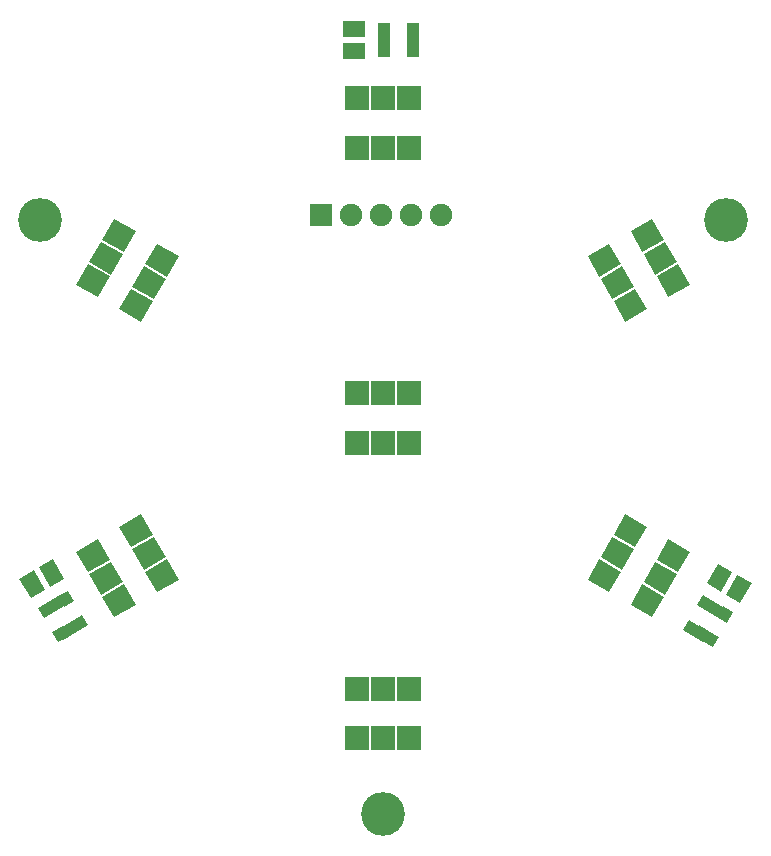
<source format=gts>
G04 (created by PCBNEW-RS274X (2011-nov-30)-testing) date Wed 15 Aug 2012 04:31:39 PM EDT*
%MOIN*%
G04 Gerber Fmt 3.4, Leading zero omitted, Abs format*
%FSLAX34Y34*%
G01*
G70*
G90*
G04 APERTURE LIST*
%ADD10C,0.006*%
%ADD11R,0.075X0.055*%
%ADD12R,0.075X0.075*%
%ADD13C,0.075*%
%ADD14R,0.0397X0.0397*%
%ADD15C,0.146*%
%ADD16R,0.0791X0.083*%
G04 APERTURE END LIST*
G54D10*
G54D11*
X57481Y-25610D03*
X57481Y-26360D03*
G54D10*
G36*
X47463Y-43288D02*
X47838Y-43937D01*
X47361Y-44212D01*
X46986Y-43563D01*
X47463Y-43288D01*
X47463Y-43288D01*
G37*
G36*
X46813Y-43662D02*
X47188Y-44311D01*
X46711Y-44586D01*
X46336Y-43937D01*
X46813Y-43662D01*
X46813Y-43662D01*
G37*
G36*
X70751Y-44094D02*
X70376Y-44743D01*
X69899Y-44468D01*
X70274Y-43819D01*
X70751Y-44094D01*
X70751Y-44094D01*
G37*
G36*
X70101Y-43720D02*
X69726Y-44369D01*
X69249Y-44094D01*
X69624Y-43445D01*
X70101Y-43720D01*
X70101Y-43720D01*
G37*
G54D12*
X56398Y-31811D03*
G54D13*
X57398Y-31811D03*
X58398Y-31811D03*
X59398Y-31811D03*
X60398Y-31811D03*
G54D10*
G36*
X68461Y-45648D02*
X68659Y-45306D01*
X69001Y-45504D01*
X68803Y-45846D01*
X68461Y-45648D01*
X68461Y-45648D01*
G37*
G36*
X68785Y-45835D02*
X68983Y-45493D01*
X69325Y-45691D01*
X69127Y-46033D01*
X68785Y-45835D01*
X68785Y-45835D01*
G37*
G36*
X69109Y-46022D02*
X69307Y-45680D01*
X69649Y-45878D01*
X69451Y-46220D01*
X69109Y-46022D01*
X69109Y-46022D01*
G37*
G36*
X69581Y-45204D02*
X69779Y-44862D01*
X70121Y-45060D01*
X69923Y-45402D01*
X69581Y-45204D01*
X69581Y-45204D01*
G37*
G36*
X69257Y-45017D02*
X69455Y-44675D01*
X69797Y-44873D01*
X69599Y-45215D01*
X69257Y-45017D01*
X69257Y-45017D01*
G37*
G36*
X68933Y-44830D02*
X69131Y-44488D01*
X69473Y-44686D01*
X69275Y-45028D01*
X68933Y-44830D01*
X68933Y-44830D01*
G37*
G36*
X47636Y-46063D02*
X47438Y-45721D01*
X47780Y-45523D01*
X47978Y-45865D01*
X47636Y-46063D01*
X47636Y-46063D01*
G37*
G36*
X47960Y-45876D02*
X47762Y-45534D01*
X48104Y-45336D01*
X48302Y-45678D01*
X47960Y-45876D01*
X47960Y-45876D01*
G37*
G36*
X48284Y-45689D02*
X48086Y-45347D01*
X48428Y-45149D01*
X48626Y-45491D01*
X48284Y-45689D01*
X48284Y-45689D01*
G37*
G36*
X47812Y-44871D02*
X47614Y-44529D01*
X47956Y-44331D01*
X48154Y-44673D01*
X47812Y-44871D01*
X47812Y-44871D01*
G37*
G36*
X47488Y-45058D02*
X47290Y-44716D01*
X47632Y-44518D01*
X47830Y-44860D01*
X47488Y-45058D01*
X47488Y-45058D01*
G37*
G36*
X47164Y-45245D02*
X46966Y-44903D01*
X47308Y-44705D01*
X47506Y-45047D01*
X47164Y-45245D01*
X47164Y-45245D01*
G37*
G54D14*
X59448Y-26359D03*
X59448Y-25985D03*
X59448Y-25611D03*
X58504Y-25611D03*
X58504Y-25985D03*
X58504Y-26359D03*
G54D15*
X58465Y-51771D03*
X69887Y-31988D03*
X47043Y-31988D03*
G54D10*
G36*
X50928Y-44390D02*
X50533Y-43705D01*
X51252Y-43290D01*
X51647Y-43975D01*
X50928Y-44390D01*
X50928Y-44390D01*
G37*
G36*
X50062Y-42891D02*
X49667Y-42206D01*
X50386Y-41791D01*
X50781Y-42476D01*
X50062Y-42891D01*
X50062Y-42891D01*
G37*
G36*
X50495Y-43641D02*
X50100Y-42956D01*
X50819Y-42541D01*
X51214Y-43226D01*
X50495Y-43641D01*
X50495Y-43641D01*
G37*
G36*
X49063Y-44467D02*
X48668Y-43782D01*
X49387Y-43367D01*
X49782Y-44052D01*
X49063Y-44467D01*
X49063Y-44467D01*
G37*
G36*
X48630Y-43718D02*
X48235Y-43033D01*
X48954Y-42618D01*
X49349Y-43303D01*
X48630Y-43718D01*
X48630Y-43718D01*
G37*
G36*
X49496Y-45217D02*
X49101Y-44532D01*
X49820Y-44117D01*
X50215Y-44802D01*
X49496Y-45217D01*
X49496Y-45217D01*
G37*
G36*
X66001Y-32775D02*
X66396Y-33460D01*
X65677Y-33875D01*
X65282Y-33190D01*
X66001Y-32775D01*
X66001Y-32775D01*
G37*
G36*
X66867Y-34274D02*
X67262Y-34959D01*
X66543Y-35374D01*
X66148Y-34689D01*
X66867Y-34274D01*
X66867Y-34274D01*
G37*
G36*
X66434Y-33524D02*
X66829Y-34209D01*
X66110Y-34624D01*
X65715Y-33939D01*
X66434Y-33524D01*
X66434Y-33524D01*
G37*
G36*
X67866Y-32698D02*
X68261Y-33383D01*
X67542Y-33798D01*
X67147Y-33113D01*
X67866Y-32698D01*
X67866Y-32698D01*
G37*
G36*
X68299Y-33447D02*
X68694Y-34132D01*
X67975Y-34547D01*
X67580Y-33862D01*
X68299Y-33447D01*
X68299Y-33447D01*
G37*
G36*
X67433Y-31948D02*
X67828Y-32633D01*
X67109Y-33048D01*
X66714Y-32363D01*
X67433Y-31948D01*
X67433Y-31948D01*
G37*
G36*
X67262Y-42206D02*
X66867Y-42891D01*
X66148Y-42476D01*
X66543Y-41791D01*
X67262Y-42206D01*
X67262Y-42206D01*
G37*
G36*
X66396Y-43705D02*
X66001Y-44390D01*
X65282Y-43975D01*
X65677Y-43290D01*
X66396Y-43705D01*
X66396Y-43705D01*
G37*
G36*
X66829Y-42956D02*
X66434Y-43641D01*
X65715Y-43226D01*
X66110Y-42541D01*
X66829Y-42956D01*
X66829Y-42956D01*
G37*
G36*
X68261Y-43782D02*
X67866Y-44467D01*
X67147Y-44052D01*
X67542Y-43367D01*
X68261Y-43782D01*
X68261Y-43782D01*
G37*
G36*
X67828Y-44532D02*
X67433Y-45217D01*
X66714Y-44802D01*
X67109Y-44117D01*
X67828Y-44532D01*
X67828Y-44532D01*
G37*
G36*
X68694Y-43033D02*
X68299Y-43718D01*
X67580Y-43303D01*
X67975Y-42618D01*
X68694Y-43033D01*
X68694Y-43033D01*
G37*
G54D16*
X57599Y-29567D03*
X59331Y-29567D03*
X58465Y-29567D03*
X58465Y-27913D03*
X59331Y-27913D03*
X57599Y-27913D03*
G54D10*
G36*
X50215Y-32363D02*
X49820Y-33048D01*
X49101Y-32633D01*
X49496Y-31948D01*
X50215Y-32363D01*
X50215Y-32363D01*
G37*
G36*
X49349Y-33862D02*
X48954Y-34547D01*
X48235Y-34132D01*
X48630Y-33447D01*
X49349Y-33862D01*
X49349Y-33862D01*
G37*
G36*
X49782Y-33113D02*
X49387Y-33798D01*
X48668Y-33383D01*
X49063Y-32698D01*
X49782Y-33113D01*
X49782Y-33113D01*
G37*
G36*
X51214Y-33939D02*
X50819Y-34624D01*
X50100Y-34209D01*
X50495Y-33524D01*
X51214Y-33939D01*
X51214Y-33939D01*
G37*
G36*
X50781Y-34689D02*
X50386Y-35374D01*
X49667Y-34959D01*
X50062Y-34274D01*
X50781Y-34689D01*
X50781Y-34689D01*
G37*
G36*
X51647Y-33190D02*
X51252Y-33875D01*
X50533Y-33460D01*
X50928Y-32775D01*
X51647Y-33190D01*
X51647Y-33190D01*
G37*
G54D16*
X57599Y-39410D03*
X59331Y-39410D03*
X58465Y-39410D03*
X58465Y-37756D03*
X59331Y-37756D03*
X57599Y-37756D03*
X57599Y-49253D03*
X59331Y-49253D03*
X58465Y-49253D03*
X58465Y-47599D03*
X59331Y-47599D03*
X57599Y-47599D03*
M02*

</source>
